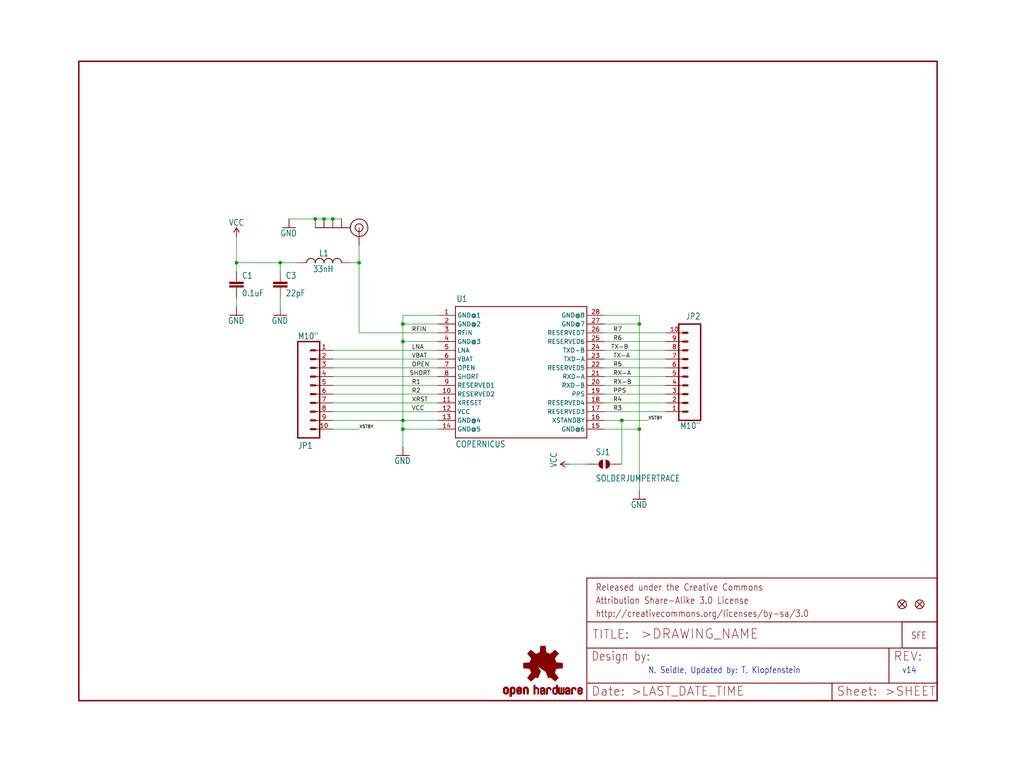
<source format=kicad_sch>
(kicad_sch (version 20211123) (generator eeschema)
  (paper "User" 297.002 223.926)
  (lib_symbols
    (symbol "schematicEagle-eagle-import:CAP0603-CAP"
      (property "Reference" "C" (at 1.524 2.921 0))
      (property "Value" "CAP0603-CAP" (at 1.524 -2.159 0))
      (symbol "CAP0603-CAP_1_0"
        (pin passive line (at 0 5.08 270) (length 2.54) (name "1") (number "1"))
        (pin passive line (at 0 -2.54 90) (length 2.54) (name "2") (number "2"))
      )
    )
    (symbol "schematicEagle-eagle-import:COPERNICUSSMD"
      (property "Reference" "IC" (at 12.7 -43.18 0))
      (property "Value" "COPERNICUSSMD" (at 12.7 2.54 0))
      (symbol "COPERNICUSSMD_1_0"
        (pin bidirectional line (at -5.08 -2.54 0) (length 5.08) (name "GND@1") (number "1"))
        (pin bidirectional line (at -5.08 -25.4 0) (length 5.08) (name "RESERVED2") (number "10"))
        (pin bidirectional line (at -5.08 -27.94 0) (length 5.08) (name "XRESET") (number "11"))
        (pin bidirectional line (at -5.08 -30.48 0) (length 5.08) (name "VCC") (number "12"))
        (pin bidirectional line (at -5.08 -33.02 0) (length 5.08) (name "GND@4") (number "13"))
        (pin bidirectional line (at -5.08 -35.56 0) (length 5.08) (name "GND@5") (number "14"))
        (pin bidirectional line (at 43.18 -35.56 180) (length 5.08) (name "GND@6") (number "15"))
        (pin bidirectional line (at 43.18 -33.02 180) (length 5.08) (name "XSTANDBY") (number "16"))
        (pin bidirectional line (at 43.18 -30.48 180) (length 5.08) (name "RESERVED3") (number "17"))
        (pin bidirectional line (at 43.18 -27.94 180) (length 5.08) (name "RESERVED4") (number "18"))
        (pin bidirectional line (at 43.18 -25.4 180) (length 5.08) (name "PPS") (number "19"))
        (pin bidirectional line (at -5.08 -5.08 0) (length 5.08) (name "GND@2") (number "2"))
        (pin bidirectional line (at 43.18 -22.86 180) (length 5.08) (name "RXD-B") (number "20"))
        (pin bidirectional line (at 43.18 -20.32 180) (length 5.08) (name "RXD-A") (number "21"))
        (pin bidirectional line (at 43.18 -17.78 180) (length 5.08) (name "RESERVED5") (number "22"))
        (pin bidirectional line (at 43.18 -15.24 180) (length 5.08) (name "TXD-A") (number "23"))
        (pin bidirectional line (at 43.18 -12.7 180) (length 5.08) (name "TXD-B") (number "24"))
        (pin bidirectional line (at 43.18 -10.16 180) (length 5.08) (name "RESERVED6") (number "25"))
        (pin bidirectional line (at 43.18 -7.62 180) (length 5.08) (name "RESERVED7") (number "26"))
        (pin bidirectional line (at 43.18 -5.08 180) (length 5.08) (name "GND@7") (number "27"))
        (pin bidirectional line (at 43.18 -2.54 180) (length 5.08) (name "GND@8") (number "28"))
        (pin bidirectional line (at -5.08 -7.62 0) (length 5.08) (name "RFIN") (number "3"))
        (pin bidirectional line (at -5.08 -10.16 0) (length 5.08) (name "GND@3") (number "4"))
        (pin bidirectional line (at -5.08 -12.7 0) (length 5.08) (name "LNA") (number "5"))
        (pin bidirectional line (at -5.08 -15.24 0) (length 5.08) (name "VBAT") (number "6"))
        (pin bidirectional line (at -5.08 -17.78 0) (length 5.08) (name "OPEN") (number "7"))
        (pin bidirectional line (at -5.08 -20.32 0) (length 5.08) (name "SHORT") (number "8"))
        (pin bidirectional line (at -5.08 -22.86 0) (length 5.08) (name "RESERVED1") (number "9"))
      )
    )
    (symbol "schematicEagle-eagle-import:FIDUCIAL1X2")
    (symbol "schematicEagle-eagle-import:FRAME-LETTER"
      (symbol "FRAME-LETTER_2_0"
        (text ">DRAWING_NAME" (at 15.494 17.78 0) (effects (font (size 2.7432 2.7432)) (justify left bottom)))
        (text ">LAST_DATE_TIME" (at 12.7 1.27 0) (effects (font (size 2.54 2.54)) (justify left bottom)))
        (text ">SHEET" (at 86.36 1.27 0) (effects (font (size 2.54 2.54)) (justify left bottom)))
        (text "Attribution Share-Alike 3.0 License" (at 2.54 27.94 0) (effects (font (size 1.9304 1.6408)) (justify left bottom)))
        (text "Date:" (at 1.27 1.27 0) (effects (font (size 2.54 2.54)) (justify left bottom)))
        (text "Design by:" (at 1.27 11.43 0) (effects (font (size 2.54 2.159)) (justify left bottom)))
        (text "http://creativecommons.org/licenses/by-sa/3.0" (at 2.54 24.13 0) (effects (font (size 1.9304 1.6408)) (justify left bottom)))
        (text "Released under the Creative Commons" (at 2.54 31.75 0) (effects (font (size 1.9304 1.6408)) (justify left bottom)))
        (text "REV:" (at 88.9 11.43 0) (effects (font (size 2.54 2.54)) (justify left bottom)))
        (text "Sheet:" (at 72.39 1.27 0) (effects (font (size 2.54 2.54)) (justify left bottom)))
        (text "TITLE:" (at 1.524 17.78 0) (effects (font (size 2.54 2.54)) (justify left bottom)))
      )
    )
    (symbol "schematicEagle-eagle-import:GND" (power)
      (property "Value" "GND" (at -2.54 -2.54 0))
      (symbol "GND_1_0"
        (pin power_in line (at 0 2.54 270) (length 2.54) (name "GND") (number "1"))
      )
    )
    (symbol "schematicEagle-eagle-import:INDUCTOR0603"
      (property "Reference" "L" (at 2.54 5.08 0))
      (property "Value" "INDUCTOR0603" (at 2.54 -5.08 0))
      (symbol "INDUCTOR0603_1_0"
        (pin passive line (at 0 7.62 270) (length 2.54) (name "1") (number "1"))
        (pin passive line (at 0 -7.62 90) (length 2.54) (name "2") (number "2"))
      )
    )
    (symbol "schematicEagle-eagle-import:LOGO-SFESK"
      (symbol "LOGO-SFESK_1_0"
        (text "SFE" (at 0 0 0) (effects (font (size 1.9304 1.6408)) (justify left bottom)))
      )
    )
    (symbol "schematicEagle-eagle-import:M10{dblquote}"
      (property "Reference" "JP" (at 0 8.89 0))
      (property "Value" "M10{dblquote}" (at 0 -22.86 0))
      (symbol "M10{dblquote}_1_0"
        (pin passive line (at 10.16 -17.78 180) (length 5.08) (name "1") (number "1"))
        (pin passive line (at 10.16 5.08 180) (length 5.08) (name "10") (number "10"))
        (pin passive line (at 10.16 -15.24 180) (length 5.08) (name "2") (number "2"))
        (pin passive line (at 10.16 -12.7 180) (length 5.08) (name "3") (number "3"))
        (pin passive line (at 10.16 -10.16 180) (length 5.08) (name "4") (number "4"))
        (pin passive line (at 10.16 -7.62 180) (length 5.08) (name "5") (number "5"))
        (pin passive line (at 10.16 -5.08 180) (length 5.08) (name "6") (number "6"))
        (pin passive line (at 10.16 -2.54 180) (length 5.08) (name "7") (number "7"))
        (pin passive line (at 10.16 0 180) (length 5.08) (name "8") (number "8"))
        (pin passive line (at 10.16 2.54 180) (length 5.08) (name "9") (number "9"))
      )
    )
    (symbol "schematicEagle-eagle-import:OSHW-LOGOS")
    (symbol "schematicEagle-eagle-import:SMA_EDGE"
      (symbol "SMA_EDGE_1_0"
        (pin bidirectional line (at -2.54 -5.08 0) (length 2.54) (name "GND@0") (number "GND@0"))
        (pin bidirectional line (at -2.54 -7.62 0) (length 2.54) (name "GND@1") (number "GND@1"))
        (pin bidirectional line (at -2.54 -10.16 0) (length 2.54) (name "GND@2") (number "GND@2"))
        (pin bidirectional line (at -2.54 -12.7 0) (length 2.54) (name "GND@3") (number "GND@3"))
        (pin bidirectional line (at 5.08 0 180) (length 5.08) (name "SIGNAL") (number "SIG"))
      )
    )
    (symbol "schematicEagle-eagle-import:SOLDERJUMPERTRACE"
      (property "Reference" "SJ" (at -2.54 2.54 0))
      (property "Value" "SOLDERJUMPERTRACE" (at -2.54 -5.08 0))
      (symbol "SOLDERJUMPERTRACE_1_0"
        (pin passive line (at -5.08 0 0) (length 2.54) (name "1") (number "1"))
        (pin passive line (at 5.08 0 180) (length 2.54) (name "2") (number "2"))
      )
    )
    (symbol "schematicEagle-eagle-import:VCC" (power)
      (property "Value" "VCC" (at -1.016 3.556 0))
      (symbol "VCC_1_0"
        (pin power_in line (at 0 0 90) (length 2.54) (name "VCC") (number "1"))
      )
    )
  )
  (junction (at 116.84 99.06))
  (junction (at 185.42 93.98))
  (junction (at 93.98 63.5))
  (junction (at 68.58 76.2))
  (junction (at 180.34 121.92))
  (junction (at 185.42 124.46))
  (junction (at 104.14 76.2))
  (junction (at 116.84 93.98))
  (junction (at 116.84 121.92))
  (junction (at 81.28 76.2))
  (junction (at 91.44 63.5))
  (junction (at 116.84 124.46))
  (junction (at 96.52 63.5))
  (wire (pts (xy 116.84 124.46) (xy 116.84 129.54)))
  (wire (pts (xy 96.52 124.46) (xy 104.14 124.46)))
  (wire (pts (xy 193.04 104.14) (xy 175.26 104.14)))
  (wire (pts (xy 127 119.38) (xy 96.52 119.38)))
  (wire (pts (xy 116.84 121.92) (xy 96.52 121.92)))
  (wire (pts (xy 68.58 78.74) (xy 68.58 76.2)))
  (wire (pts (xy 104.14 76.2) (xy 104.14 71.12)))
  (wire (pts (xy 185.42 124.46) (xy 185.42 142.24)))
  (wire (pts (xy 185.42 91.44) (xy 185.42 93.98)))
  (wire (pts (xy 193.04 114.3) (xy 175.26 114.3)))
  (wire (pts (xy 193.04 99.06) (xy 175.26 99.06)))
  (wire (pts (xy 193.04 101.6) (xy 175.26 101.6)))
  (wire (pts (xy 127 101.6) (xy 96.52 101.6)))
  (wire (pts (xy 165.1 134.62) (xy 170.18 134.62)))
  (wire (pts (xy 193.04 119.38) (xy 175.26 119.38)))
  (wire (pts (xy 81.28 76.2) (xy 68.58 76.2)))
  (wire (pts (xy 68.58 76.2) (xy 68.58 68.58)))
  (wire (pts (xy 127 109.22) (xy 96.52 109.22)))
  (wire (pts (xy 185.42 91.44) (xy 175.26 91.44)))
  (wire (pts (xy 127 106.68) (xy 96.52 106.68)))
  (wire (pts (xy 68.58 88.9) (xy 68.58 86.36)))
  (wire (pts (xy 127 114.3) (xy 96.52 114.3)))
  (wire (pts (xy 127 96.52) (xy 104.14 96.52)))
  (wire (pts (xy 104.14 96.52) (xy 104.14 76.2)))
  (wire (pts (xy 193.04 106.68) (xy 175.26 106.68)))
  (wire (pts (xy 116.84 99.06) (xy 116.84 121.92)))
  (wire (pts (xy 81.28 78.74) (xy 81.28 76.2)))
  (wire (pts (xy 193.04 116.84) (xy 175.26 116.84)))
  (wire (pts (xy 127 104.14) (xy 96.52 104.14)))
  (wire (pts (xy 185.42 93.98) (xy 175.26 93.98)))
  (wire (pts (xy 180.34 121.92) (xy 175.26 121.92)))
  (wire (pts (xy 91.44 63.5) (xy 83.82 63.5)))
  (wire (pts (xy 127 116.84) (xy 96.52 116.84)))
  (wire (pts (xy 116.84 124.46) (xy 127 124.46)))
  (wire (pts (xy 193.04 96.52) (xy 175.26 96.52)))
  (wire (pts (xy 185.42 124.46) (xy 175.26 124.46)))
  (wire (pts (xy 185.42 93.98) (xy 185.42 124.46)))
  (wire (pts (xy 187.96 121.92) (xy 180.34 121.92)))
  (wire (pts (xy 116.84 91.44) (xy 116.84 93.98)))
  (wire (pts (xy 86.36 76.2) (xy 81.28 76.2)))
  (wire (pts (xy 116.84 91.44) (xy 127 91.44)))
  (wire (pts (xy 116.84 99.06) (xy 127 99.06)))
  (wire (pts (xy 81.28 88.9) (xy 81.28 86.36)))
  (wire (pts (xy 99.06 63.5) (xy 96.52 63.5)))
  (wire (pts (xy 116.84 93.98) (xy 116.84 99.06)))
  (wire (pts (xy 180.34 121.92) (xy 180.34 134.62)))
  (wire (pts (xy 93.98 63.5) (xy 91.44 63.5)))
  (wire (pts (xy 127 111.76) (xy 96.52 111.76)))
  (wire (pts (xy 116.84 121.92) (xy 116.84 124.46)))
  (wire (pts (xy 193.04 109.22) (xy 175.26 109.22)))
  (wire (pts (xy 127 93.98) (xy 116.84 93.98)))
  (wire (pts (xy 96.52 63.5) (xy 93.98 63.5)))
  (wire (pts (xy 127 121.92) (xy 116.84 121.92)))
  (wire (pts (xy 193.04 111.76) (xy 175.26 111.76)))
  (wire (pts (xy 101.6 76.2) (xy 104.14 76.2)))
  (text "v14" (at 261.62 195.58 180) (effects (font (size 1.778 1.5113)) (justify left bottom)))
  (text "N. Seidle, Updated by: T. Klopfenstein" (at 187.96 195.58 180) (effects (font (size 1.778 1.5113)) (justify left bottom)))
  (label "R5" (at 177.8 106.68 0) (effects (font (size 1.2446 1.2446))))
  (label "R6" (at 177.8 99.06 0) (effects (font (size 1.2446 1.2446))))
  (label "PPS" (at 177.8 114.3 0) (effects (font (size 1.2446 1.2446))))
  (label "RFIN" (at 119.38 96.52 0) (effects (font (size 1.2446 1.2446))))
  (label "R7" (at 177.8 96.52 0) (effects (font (size 1.2446 1.2446))))
  (label "R2" (at 119.38 114.3 0) (effects (font (size 1.2446 1.2446))))
  (label "RX-A" (at 177.8 109.22 0) (effects (font (size 1.2446 1.2446))))
  (label "LNA" (at 119.38 101.6 0) (effects (font (size 1.2446 1.2446))))
  (label "OPEN" (at 119.38 106.68 0) (effects (font (size 1.2446 1.2446))))
  (label "XRST" (at 119.38 116.84 0) (effects (font (size 1.2446 1.2446))))
  (label "R1" (at 119.38 111.76 0) (effects (font (size 1.2446 1.2446))))
  (label "R4" (at 177.8 116.84 0) (effects (font (size 1.2446 1.2446))))
  (label "VBAT" (at 119.38 104.14 0) (effects (font (size 1.2446 1.2446))))
  (label "XSTBY" (at 104.14 124.46 0) (effects (font (size 0.889 0.889))))
  (label "VCC" (at 119.38 119.38 0) (effects (font (size 1.2446 1.2446))))
  (label "TX-B" (at 177.165 101.6 0) (effects (font (size 1.2446 1.2446))))
  (label "TX-A" (at 177.8 104.14 0) (effects (font (size 1.2446 1.2446))))
  (label "XSTBY" (at 187.96 121.92 0) (effects (font (size 0.889 0.889))))
  (label "SHORT" (at 118.745 109.22 0) (effects (font (size 1.2446 1.2446))))
  (label "RX-B" (at 177.8 111.76 0) (effects (font (size 1.2446 1.2446))))
  (label "R3" (at 177.8 119.38 0) (effects (font (size 1.2446 1.2446))))
  (symbol (lib_id "schematicEagle-eagle-import:FIDUCIAL1X2") (at 261.62 175.26 0) (unit 1)
    (property "Reference" "U$3" (effects hide))
    (property "Value" "FIDUCIAL1X2" (effects hide))
    (property "Footprint" "schematicEagle:FIDUCIAL-1X2" (effects hide))
  )
  (symbol (lib_id "schematicEagle-eagle-import:FRAME-LETTER") (at 22.86 203.2 0) (unit 1)
    (property "Reference" "FRAME1" (effects hide))
    (property "Value" "FRAME-LETTER" (effects hide))
    (property "Footprint" "schematicEagle:CREATIVE_COMMONS" (effects hide))
  )
  (symbol (lib_id "schematicEagle-eagle-import:GND") (at 83.82 66.04 0) (unit 1)
    (property "Reference" "#GND11" (effects hide))
    (property "Value" "GND" (at 81.28 68.58 0) (effects (font (size 1.778 1.5113)) (justify left bottom)))
    (property "Footprint" "schematicEagle:" (effects hide))
  )
  (symbol (lib_id "schematicEagle-eagle-import:SMA_EDGE") (at 104.14 66.04 270) (unit 1)
    (property "Reference" "JP3" (effects hide))
    (property "Value" "SMA_EDGE" (effects hide))
    (property "Footprint" "schematicEagle:SMA_EDGE" (effects hide))
  )
  (symbol (lib_id "schematicEagle-eagle-import:M10{dblquote}") (at 203.2 101.6 0) (mirror y) (unit 1)
    (property "Reference" "JP2" (at 203.2 92.71 0) (effects (font (size 1.778 1.5113)) (justify left bottom)))
    (property "Value" "M10{dblquote}" (at 203.2 124.46 0) (effects (font (size 1.778 1.5113)) (justify left bottom)))
    (property "Footprint" "schematicEagle:1X10" (effects hide))
  )
  (symbol (lib_id "schematicEagle-eagle-import:GND") (at 68.58 91.44 0) (unit 1)
    (property "Reference" "#GND9" (effects hide))
    (property "Value" "GND" (at 66.04 93.98 0) (effects (font (size 1.778 1.5113)) (justify left bottom)))
    (property "Footprint" "schematicEagle:" (effects hide))
  )
  (symbol (lib_id "schematicEagle-eagle-import:CAP0603-CAP") (at 68.58 83.82 0) (unit 1)
    (property "Reference" "C1" (at 70.104 80.899 0) (effects (font (size 1.778 1.5113)) (justify left bottom)))
    (property "Value" "0.1uF" (at 70.104 85.979 0) (effects (font (size 1.778 1.5113)) (justify left bottom)))
    (property "Footprint" "schematicEagle:0603-CAP" (effects hide))
  )
  (symbol (lib_id "schematicEagle-eagle-import:COPERNICUSSMD") (at 132.08 88.9 0) (unit 1)
    (property "Reference" "U1" (at 132.334 87.63 0) (effects (font (size 1.778 1.5113)) (justify left bottom)))
    (property "Value" "COPERNICUS" (at 132.08 129.794 0) (effects (font (size 1.778 1.5113)) (justify left bottom)))
    (property "Footprint" "schematicEagle:COPERNICUS" (effects hide))
  )
  (symbol (lib_id "schematicEagle-eagle-import:GND") (at 185.42 144.78 0) (unit 1)
    (property "Reference" "#GND1" (effects hide))
    (property "Value" "GND" (at 182.88 147.32 0) (effects (font (size 1.778 1.5113)) (justify left bottom)))
    (property "Footprint" "schematicEagle:" (effects hide))
  )
  (symbol (lib_id "schematicEagle-eagle-import:FIDUCIAL1X2") (at 266.7 175.26 0) (unit 1)
    (property "Reference" "U$2" (effects hide))
    (property "Value" "FIDUCIAL1X2" (effects hide))
    (property "Footprint" "schematicEagle:FIDUCIAL-1X2" (effects hide))
  )
  (symbol (lib_id "schematicEagle-eagle-import:GND") (at 81.28 91.44 0) (unit 1)
    (property "Reference" "#GND10" (effects hide))
    (property "Value" "GND" (at 78.74 93.98 0) (effects (font (size 1.778 1.5113)) (justify left bottom)))
    (property "Footprint" "schematicEagle:" (effects hide))
  )
  (symbol (lib_id "schematicEagle-eagle-import:CAP0603-CAP") (at 81.28 83.82 0) (unit 1)
    (property "Reference" "C3" (at 82.804 80.899 0) (effects (font (size 1.778 1.5113)) (justify left bottom)))
    (property "Value" "22pF" (at 82.804 85.979 0) (effects (font (size 1.778 1.5113)) (justify left bottom)))
    (property "Footprint" "schematicEagle:0603-CAP" (effects hide))
  )
  (symbol (lib_id "schematicEagle-eagle-import:VCC") (at 68.58 68.58 0) (unit 1)
    (property "Reference" "#3.3V1" (effects hide))
    (property "Value" "VCC" (at 66.294 65.532 0) (effects (font (size 1.778 1.5113)) (justify left bottom)))
    (property "Footprint" "schematicEagle:" (effects hide))
  )
  (symbol (lib_id "schematicEagle-eagle-import:OSHW-LOGOS") (at 157.48 193.04 0) (unit 1)
    (property "Reference" "U$1" (effects hide))
    (property "Value" "OSHW-LOGOS" (effects hide))
    (property "Footprint" "schematicEagle:OSHW-LOGO-S" (effects hide))
  )
  (symbol (lib_id "schematicEagle-eagle-import:SOLDERJUMPERTRACE") (at 175.26 134.62 0) (unit 1)
    (property "Reference" "SJ1" (at 172.72 132.08 0) (effects (font (size 1.778 1.5113)) (justify left bottom)))
    (property "Value" "SOLDERJUMPERTRACE" (at 172.72 139.7 0) (effects (font (size 1.778 1.5113)) (justify left bottom)))
    (property "Footprint" "schematicEagle:SJ_2S-TRACE" (effects hide))
  )
  (symbol (lib_id "schematicEagle-eagle-import:VCC") (at 165.1 134.62 90) (unit 1)
    (property "Reference" "#P+1" (effects hide))
    (property "Value" "VCC" (at 161.544 135.636 0) (effects (font (size 1.778 1.5113)) (justify left bottom)))
    (property "Footprint" "schematicEagle:" (effects hide))
  )
  (symbol (lib_id "schematicEagle-eagle-import:INDUCTOR0603") (at 93.98 76.2 90) (unit 1)
    (property "Reference" "L1" (at 92.456 74.422 90) (effects (font (size 1.778 1.5113)) (justify right top)))
    (property "Value" "33nH" (at 90.678 78.994 90) (effects (font (size 1.778 1.5113)) (justify right top)))
    (property "Footprint" "schematicEagle:0603" (effects hide))
  )
  (symbol (lib_id "schematicEagle-eagle-import:M10{dblquote}") (at 86.36 119.38 0) (mirror x) (unit 1)
    (property "Reference" "JP1" (at 86.36 128.27 0) (effects (font (size 1.778 1.5113)) (justify left bottom)))
    (property "Value" "M10{dblquote}" (at 86.36 96.52 0) (effects (font (size 1.778 1.5113)) (justify left bottom)))
    (property "Footprint" "schematicEagle:1X10" (effects hide))
  )
  (symbol (lib_id "schematicEagle-eagle-import:FRAME-LETTER") (at 170.18 203.2 0) (unit 2)
    (property "Reference" "FRAME1" (effects hide))
    (property "Value" "FRAME-LETTER" (effects hide))
    (property "Footprint" "schematicEagle:CREATIVE_COMMONS" (effects hide))
  )
  (symbol (lib_id "schematicEagle-eagle-import:LOGO-SFESK") (at 264.16 185.42 0) (unit 1)
    (property "Reference" "JP4" (effects hide))
    (property "Value" "LOGO-SFESK" (effects hide))
    (property "Footprint" "schematicEagle:SFE-LOGO-FLAME" (effects hide))
  )
  (symbol (lib_id "schematicEagle-eagle-import:GND") (at 116.84 132.08 0) (unit 1)
    (property "Reference" "#GND2" (effects hide))
    (property "Value" "GND" (at 114.3 134.62 0) (effects (font (size 1.778 1.5113)) (justify left bottom)))
    (property "Footprint" "schematicEagle:" (effects hide))
  )
)
</source>
